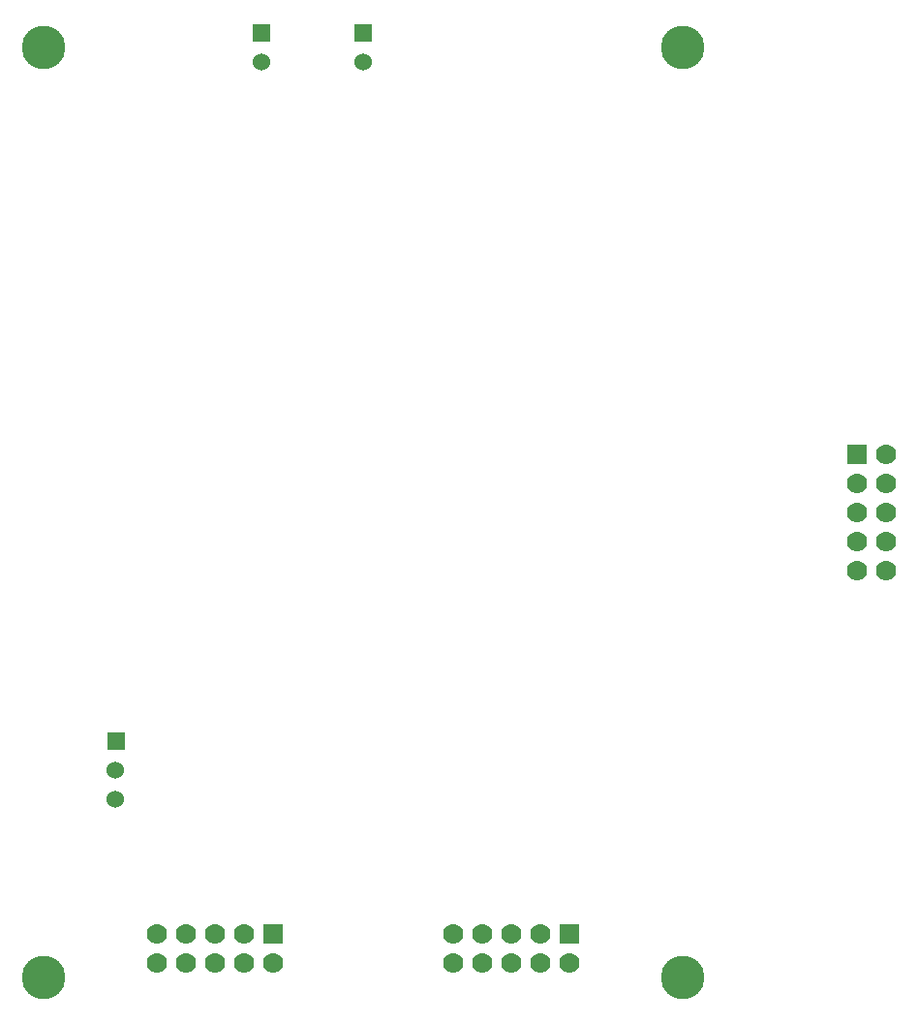
<source format=gbs>
G04 (created by PCBNEW (2013-jul-07)-stable) date Thu 17 Jan 2019 04:45:59 PM PST*
%MOIN*%
G04 Gerber Fmt 3.4, Leading zero omitted, Abs format*
%FSLAX34Y34*%
G01*
G70*
G90*
G04 APERTURE LIST*
%ADD10C,0.00590551*%
%ADD11R,0.06X0.06*%
%ADD12C,0.06*%
%ADD13R,0.07X0.07*%
%ADD14C,0.07*%
%ADD15C,0.15*%
G04 APERTURE END LIST*
G54D10*
G54D11*
X34010Y-55350D03*
G54D12*
X33980Y-56350D03*
X33980Y-57350D03*
G54D11*
X39000Y-31000D03*
G54D12*
X39000Y-32000D03*
G54D11*
X42500Y-31000D03*
G54D12*
X42500Y-32000D03*
G54D13*
X39400Y-62000D03*
G54D14*
X39400Y-63000D03*
X38400Y-62000D03*
X38400Y-63000D03*
X37400Y-62000D03*
X37400Y-63000D03*
X36400Y-62000D03*
X36400Y-63000D03*
X35400Y-62000D03*
X35400Y-63000D03*
G54D13*
X49600Y-62000D03*
G54D14*
X49600Y-63000D03*
X48600Y-62000D03*
X48600Y-63000D03*
X47600Y-62000D03*
X47600Y-63000D03*
X46600Y-62000D03*
X46600Y-63000D03*
X45600Y-62000D03*
X45600Y-63000D03*
G54D15*
X31500Y-31500D03*
X53500Y-31500D03*
X53500Y-63500D03*
X31500Y-63500D03*
G54D13*
X59500Y-45500D03*
G54D14*
X60500Y-45500D03*
X59500Y-46500D03*
X60500Y-46500D03*
X59500Y-47500D03*
X60500Y-47500D03*
X59500Y-48500D03*
X60500Y-48500D03*
X59500Y-49500D03*
X60500Y-49500D03*
M02*

</source>
